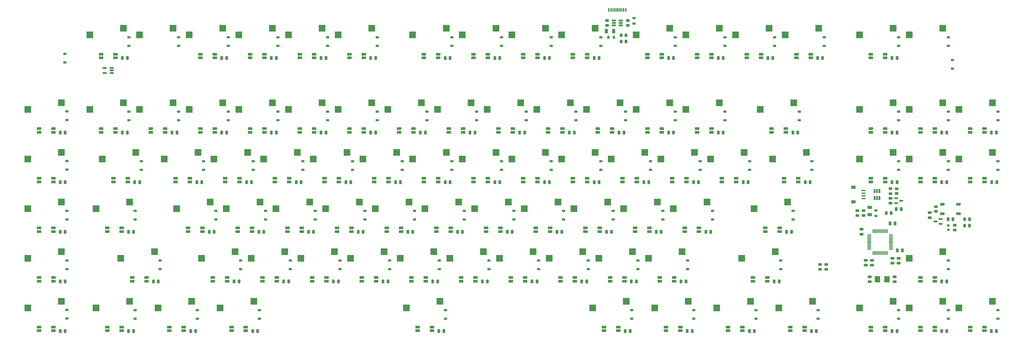
<source format=gbp>
%TF.GenerationSoftware,KiCad,Pcbnew,(6.0.0)*%
%TF.CreationDate,2022-02-20T21:11:03-05:00*%
%TF.ProjectId,keyboard0,6b657962-6f61-4726-9430-2e6b69636164,rev?*%
%TF.SameCoordinates,Original*%
%TF.FileFunction,Paste,Bot*%
%TF.FilePolarity,Positive*%
%FSLAX46Y46*%
G04 Gerber Fmt 4.6, Leading zero omitted, Abs format (unit mm)*
G04 Created by KiCad (PCBNEW (6.0.0)) date 2022-02-20 21:11:03*
%MOMM*%
%LPD*%
G01*
G04 APERTURE LIST*
G04 Aperture macros list*
%AMRoundRect*
0 Rectangle with rounded corners*
0 $1 Rounding radius*
0 $2 $3 $4 $5 $6 $7 $8 $9 X,Y pos of 4 corners*
0 Add a 4 corners polygon primitive as box body*
4,1,4,$2,$3,$4,$5,$6,$7,$8,$9,$2,$3,0*
0 Add four circle primitives for the rounded corners*
1,1,$1+$1,$2,$3*
1,1,$1+$1,$4,$5*
1,1,$1+$1,$6,$7*
1,1,$1+$1,$8,$9*
0 Add four rect primitives between the rounded corners*
20,1,$1+$1,$2,$3,$4,$5,0*
20,1,$1+$1,$4,$5,$6,$7,0*
20,1,$1+$1,$6,$7,$8,$9,0*
20,1,$1+$1,$8,$9,$2,$3,0*%
G04 Aperture macros list end*
%ADD10R,2.550000X2.500000*%
%ADD11R,1.200000X0.900000*%
%ADD12RoundRect,0.250000X-0.262500X-0.450000X0.262500X-0.450000X0.262500X0.450000X-0.262500X0.450000X0*%
%ADD13RoundRect,0.218750X0.381250X-0.218750X0.381250X0.218750X-0.381250X0.218750X-0.381250X-0.218750X0*%
%ADD14RoundRect,0.250000X0.475000X-0.250000X0.475000X0.250000X-0.475000X0.250000X-0.475000X-0.250000X0*%
%ADD15RoundRect,0.250000X-0.475000X0.250000X-0.475000X-0.250000X0.475000X-0.250000X0.475000X0.250000X0*%
%ADD16RoundRect,0.250000X0.250000X0.475000X-0.250000X0.475000X-0.250000X-0.475000X0.250000X-0.475000X0*%
%ADD17RoundRect,0.243750X-0.456250X0.243750X-0.456250X-0.243750X0.456250X-0.243750X0.456250X0.243750X0*%
%ADD18RoundRect,0.250000X-0.625000X0.375000X-0.625000X-0.375000X0.625000X-0.375000X0.625000X0.375000X0*%
%ADD19RoundRect,0.250000X-0.450000X0.262500X-0.450000X-0.262500X0.450000X-0.262500X0.450000X0.262500X0*%
%ADD20RoundRect,0.250000X0.262500X0.450000X-0.262500X0.450000X-0.262500X-0.450000X0.262500X-0.450000X0*%
%ADD21RoundRect,0.250000X0.450000X-0.262500X0.450000X0.262500X-0.450000X0.262500X-0.450000X-0.262500X0*%
%ADD22RoundRect,0.150000X-0.587500X-0.150000X0.587500X-0.150000X0.587500X0.150000X-0.587500X0.150000X0*%
%ADD23RoundRect,0.075000X0.075000X-0.662500X0.075000X0.662500X-0.075000X0.662500X-0.075000X-0.662500X0*%
%ADD24RoundRect,0.075000X0.662500X-0.075000X0.662500X0.075000X-0.662500X0.075000X-0.662500X-0.075000X0*%
%ADD25R,2.000000X2.400000*%
%ADD26R,0.300000X1.450000*%
%ADD27R,0.600000X1.450000*%
%ADD28R,1.560000X0.650000*%
%ADD29RoundRect,0.243750X0.243750X0.456250X-0.243750X0.456250X-0.243750X-0.456250X0.243750X-0.456250X0*%
%ADD30RoundRect,0.250000X-0.250000X-0.475000X0.250000X-0.475000X0.250000X0.475000X-0.250000X0.475000X0*%
%ADD31RoundRect,0.150000X0.587500X0.150000X-0.587500X0.150000X-0.587500X-0.150000X0.587500X-0.150000X0*%
%ADD32RoundRect,0.200000X-0.275000X0.200000X-0.275000X-0.200000X0.275000X-0.200000X0.275000X0.200000X0*%
%ADD33R,1.800000X1.100000*%
%ADD34R,1.550000X0.600000*%
%ADD35R,1.800000X1.200000*%
%ADD36RoundRect,0.218750X0.218750X0.381250X-0.218750X0.381250X-0.218750X-0.381250X0.218750X-0.381250X0*%
%ADD37RoundRect,0.243750X0.456250X-0.243750X0.456250X0.243750X-0.456250X0.243750X-0.456250X-0.243750X0*%
%ADD38RoundRect,0.250000X-0.375000X-0.625000X0.375000X-0.625000X0.375000X0.625000X-0.375000X0.625000X0*%
%ADD39R,1.700000X1.000000*%
%ADD40R,0.650000X1.560000*%
G04 APERTURE END LIST*
D10*
%TO.C,MX83*%
X168322700Y-199853500D03*
X181222700Y-197313500D03*
%TD*%
%TO.C,MX64*%
X301664300Y-161755900D03*
X314564300Y-159215900D03*
%TD*%
%TO.C,MX14-1*%
X361191800Y-95085100D03*
X374091800Y-92545100D03*
%TD*%
%TO.C,MX1-1*%
X65935400Y-95085100D03*
X78835400Y-92545100D03*
%TD*%
D11*
%TO.C,KD14-1*%
X376213800Y-99275100D03*
X376213800Y-95975100D03*
%TD*%
%TO.C,KD1-1*%
X80957400Y-99275100D03*
X80957400Y-95975100D03*
%TD*%
D10*
%TO.C,MX84*%
X239755700Y-199853500D03*
X252655700Y-197313500D03*
%TD*%
%TO.C,MX85*%
X263566700Y-199853500D03*
X276466700Y-197313500D03*
%TD*%
%TO.C,MX52*%
X62167700Y-159215900D03*
X49267700Y-161755900D03*
%TD*%
%TO.C,MX2*%
X84984200Y-95085100D03*
X97884200Y-92545100D03*
%TD*%
%TO.C,MX15*%
X23075600Y-123658300D03*
X35975600Y-121118300D03*
%TD*%
%TO.C,MX33*%
X23075600Y-142707100D03*
X35975600Y-140167100D03*
%TD*%
%TO.C,MX51*%
X23075600Y-161755900D03*
X35975600Y-159215900D03*
%TD*%
%TO.C,MX65*%
X23075600Y-180804700D03*
X35975600Y-178264700D03*
%TD*%
%TO.C,MX1*%
X46886600Y-95085100D03*
X59786600Y-92545100D03*
%TD*%
%TO.C,MX16*%
X46886600Y-123658300D03*
X59786600Y-121118300D03*
%TD*%
%TO.C,MX34*%
X64548800Y-140167100D03*
X51648800Y-142707100D03*
%TD*%
%TO.C,MX79*%
X23075600Y-199853500D03*
X35975600Y-197313500D03*
%TD*%
%TO.C,MX18*%
X84984200Y-123658300D03*
X97884200Y-121118300D03*
%TD*%
%TO.C,MX36*%
X94508600Y-142707100D03*
X107408600Y-140167100D03*
%TD*%
%TO.C,MX54*%
X99270800Y-161755900D03*
X112170800Y-159215900D03*
%TD*%
%TO.C,MX67*%
X89746400Y-180804700D03*
X102646400Y-178264700D03*
%TD*%
%TO.C,MX82*%
X96889700Y-199853500D03*
X109789700Y-197313500D03*
%TD*%
%TO.C,MX17*%
X65935400Y-123658300D03*
X78835400Y-121118300D03*
%TD*%
%TO.C,MX35*%
X75459800Y-142707100D03*
X88359800Y-140167100D03*
%TD*%
%TO.C,MX53*%
X80163700Y-161755900D03*
X93063700Y-159215900D03*
%TD*%
%TO.C,MX66*%
X58792100Y-180804700D03*
X71692100Y-178264700D03*
%TD*%
%TO.C,MX81*%
X73078700Y-199853500D03*
X85978700Y-197313500D03*
%TD*%
%TO.C,MX3*%
X104033000Y-95085100D03*
X116933000Y-92545100D03*
%TD*%
%TO.C,MX37*%
X113557400Y-142707100D03*
X126457400Y-140167100D03*
%TD*%
%TO.C,MX55*%
X118319600Y-161755900D03*
X131219600Y-159215900D03*
%TD*%
%TO.C,MX68*%
X108795200Y-180804700D03*
X121695200Y-178264700D03*
%TD*%
%TO.C,MX70*%
X146892800Y-180804700D03*
X159792800Y-178264700D03*
%TD*%
%TO.C,MX4*%
X123081800Y-95085100D03*
X135981800Y-92545100D03*
%TD*%
%TO.C,MX20*%
X123081800Y-123658300D03*
X135981800Y-121118300D03*
%TD*%
%TO.C,MX38*%
X132606200Y-142707100D03*
X145506200Y-140167100D03*
%TD*%
%TO.C,MX56*%
X137368400Y-161755900D03*
X150268400Y-159215900D03*
%TD*%
%TO.C,MX69*%
X127844000Y-180804700D03*
X140744000Y-178264700D03*
%TD*%
%TO.C,MX5*%
X142130600Y-95085100D03*
X155030600Y-92545100D03*
%TD*%
%TO.C,MX39*%
X151655000Y-142707100D03*
X164555000Y-140167100D03*
%TD*%
%TO.C,MX57*%
X156417200Y-161755900D03*
X169317200Y-159215900D03*
%TD*%
%TO.C,MX71*%
X165941600Y-180804700D03*
X178841600Y-178264700D03*
%TD*%
%TO.C,MX22*%
X161179400Y-123658300D03*
X174079400Y-121118300D03*
%TD*%
%TO.C,MX40*%
X170703800Y-142707100D03*
X183603800Y-140167100D03*
%TD*%
%TO.C,MX58*%
X175466000Y-161755900D03*
X188366000Y-159215900D03*
%TD*%
%TO.C,MX72*%
X184990400Y-180804700D03*
X197890400Y-178264700D03*
%TD*%
%TO.C,MX7*%
X189752600Y-95085100D03*
X202652600Y-92545100D03*
%TD*%
%TO.C,MX23*%
X180228200Y-123658300D03*
X193128200Y-121118300D03*
%TD*%
%TO.C,MX41*%
X189752600Y-142707100D03*
X202652600Y-140167100D03*
%TD*%
%TO.C,MX59*%
X194514800Y-161755900D03*
X207414800Y-159215900D03*
%TD*%
%TO.C,MX73*%
X204039200Y-180804700D03*
X216939200Y-178264700D03*
%TD*%
%TO.C,MX8*%
X208801400Y-95085100D03*
X221701400Y-92545100D03*
%TD*%
%TO.C,MX24*%
X199277000Y-123658300D03*
X212177000Y-121118300D03*
%TD*%
%TO.C,MX42*%
X208801400Y-142707100D03*
X221701400Y-140167100D03*
%TD*%
%TO.C,MX60*%
X213563600Y-161755900D03*
X226463600Y-159215900D03*
%TD*%
%TO.C,MX74*%
X223088000Y-180804700D03*
X235988000Y-178264700D03*
%TD*%
%TO.C,MX9*%
X227850200Y-95085100D03*
X240750200Y-92545100D03*
%TD*%
%TO.C,MX25*%
X218325800Y-123658300D03*
X231225800Y-121118300D03*
%TD*%
%TO.C,MX43*%
X227850200Y-142707100D03*
X240750200Y-140167100D03*
%TD*%
%TO.C,MX61*%
X232612400Y-161755900D03*
X245512400Y-159215900D03*
%TD*%
%TO.C,MX10*%
X256423400Y-95085100D03*
X269323400Y-92545100D03*
%TD*%
%TO.C,MX26*%
X237374600Y-123658300D03*
X250274600Y-121118300D03*
%TD*%
%TO.C,MX44*%
X246899000Y-142707100D03*
X259799000Y-140167100D03*
%TD*%
%TO.C,MX62*%
X251661200Y-161755900D03*
X264561200Y-159215900D03*
%TD*%
%TO.C,MX76*%
X261185600Y-180804700D03*
X274085600Y-178264700D03*
%TD*%
%TO.C,MX11*%
X275472200Y-95085100D03*
X288372200Y-92545100D03*
%TD*%
%TO.C,MX27*%
X256423400Y-123658300D03*
X269323400Y-121118300D03*
%TD*%
%TO.C,MX45*%
X265947800Y-142707100D03*
X278847800Y-140167100D03*
%TD*%
%TO.C,MX63*%
X270710000Y-161755900D03*
X283610000Y-159215900D03*
%TD*%
%TO.C,MX86*%
X287377700Y-199853500D03*
X300277700Y-197313500D03*
%TD*%
%TO.C,MX12*%
X294521000Y-95085100D03*
X307421000Y-92545100D03*
%TD*%
%TO.C,MX28*%
X275472200Y-123658300D03*
X288372200Y-121118300D03*
%TD*%
%TO.C,MX46*%
X284996600Y-142707100D03*
X297896600Y-140167100D03*
%TD*%
%TO.C,MX87*%
X311188700Y-199853500D03*
X324088700Y-197313500D03*
%TD*%
%TO.C,MX13*%
X313569800Y-95085100D03*
X326469800Y-92545100D03*
%TD*%
%TO.C,MX29*%
X304045400Y-123658300D03*
X316945400Y-121118300D03*
%TD*%
%TO.C,MX47*%
X321707600Y-140167100D03*
X308807600Y-142707100D03*
%TD*%
%TO.C,MX77*%
X296892562Y-180803844D03*
X309792562Y-178263844D03*
%TD*%
%TO.C,MX88*%
X342143000Y-199853500D03*
X355043000Y-197313500D03*
%TD*%
%TO.C,MX30*%
X342143000Y-123658300D03*
X355043000Y-121118300D03*
%TD*%
%TO.C,MX48*%
X342143000Y-142707100D03*
X355043000Y-140167100D03*
%TD*%
%TO.C,MX31*%
X361191800Y-123658300D03*
X374091800Y-121118300D03*
%TD*%
%TO.C,MX49*%
X361191800Y-142707100D03*
X374091800Y-140167100D03*
%TD*%
%TO.C,MX78*%
X361191800Y-180804700D03*
X374091800Y-178264700D03*
%TD*%
%TO.C,MX89*%
X361191800Y-199853500D03*
X374091800Y-197313500D03*
%TD*%
%TO.C,MX50*%
X380240600Y-142707100D03*
X393140600Y-140167100D03*
%TD*%
%TO.C,MX90*%
X380240600Y-199853500D03*
X393140600Y-197313500D03*
%TD*%
%TO.C,MX6*%
X170703800Y-95085100D03*
X183603800Y-92545100D03*
%TD*%
%TO.C,MX21*%
X142130600Y-123658300D03*
X155030600Y-121118300D03*
%TD*%
%TO.C,MX32*%
X380240600Y-123658300D03*
X393140600Y-121118300D03*
%TD*%
%TO.C,MX19*%
X104033000Y-123658300D03*
X116933000Y-121118300D03*
%TD*%
%TO.C,MX14*%
X342143000Y-95085100D03*
X355043000Y-92545100D03*
%TD*%
%TO.C,MX80*%
X49267700Y-199853500D03*
X62167700Y-197313500D03*
%TD*%
%TO.C,MX75*%
X242136800Y-180804700D03*
X255036800Y-178264700D03*
%TD*%
D11*
%TO.C,KD15*%
X38097600Y-127785700D03*
X38097600Y-124485700D03*
%TD*%
%TO.C,KD33*%
X38097600Y-146834500D03*
X38097600Y-143534500D03*
%TD*%
%TO.C,KD51*%
X38097600Y-165945900D03*
X38097600Y-162645900D03*
%TD*%
%TO.C,KD65*%
X38097600Y-184994700D03*
X38097600Y-181694700D03*
%TD*%
%TO.C,KD80*%
X64289700Y-204043500D03*
X64289700Y-200743500D03*
%TD*%
%TO.C,KD1*%
X61908600Y-99275100D03*
X61908600Y-95975100D03*
%TD*%
%TO.C,KD16*%
X61908600Y-127848300D03*
X61908600Y-124548300D03*
%TD*%
%TO.C,KD34*%
X66670800Y-146897100D03*
X66670800Y-143597100D03*
%TD*%
%TO.C,KD52*%
X64289700Y-165945900D03*
X64289700Y-162645900D03*
%TD*%
%TO.C,KD79*%
X38097600Y-203980900D03*
X38097600Y-200680900D03*
%TD*%
%TO.C,KD2*%
X100006200Y-99275100D03*
X100006200Y-95975100D03*
%TD*%
%TO.C,KD18*%
X100006200Y-127848300D03*
X100006200Y-124548300D03*
%TD*%
%TO.C,KD36*%
X109530600Y-146897100D03*
X109530600Y-143597100D03*
%TD*%
%TO.C,KD54*%
X114292800Y-165945900D03*
X114292800Y-162645900D03*
%TD*%
%TO.C,KD67*%
X104768400Y-184994700D03*
X104768400Y-181694700D03*
%TD*%
%TO.C,KD82*%
X111911700Y-204043500D03*
X111911700Y-200743500D03*
%TD*%
%TO.C,KD17*%
X80957400Y-127848300D03*
X80957400Y-124548300D03*
%TD*%
%TO.C,KD35*%
X90481800Y-146897100D03*
X90481800Y-143597100D03*
%TD*%
%TO.C,KD53*%
X95244000Y-165945900D03*
X95244000Y-162645900D03*
%TD*%
%TO.C,KD66*%
X73814100Y-184994700D03*
X73814100Y-181694700D03*
%TD*%
%TO.C,KD81*%
X88100700Y-204043500D03*
X88100700Y-200743500D03*
%TD*%
%TO.C,KD3*%
X119055000Y-99275100D03*
X119055000Y-95975100D03*
%TD*%
%TO.C,KD19*%
X119055000Y-127848300D03*
X119055000Y-124548300D03*
%TD*%
%TO.C,KD37*%
X128579400Y-146897100D03*
X128579400Y-143597100D03*
%TD*%
%TO.C,KD55*%
X133341600Y-165945900D03*
X133341600Y-162645900D03*
%TD*%
%TO.C,KD68*%
X123817200Y-184994700D03*
X123817200Y-181694700D03*
%TD*%
%TO.C,KD70*%
X161914800Y-184994700D03*
X161914800Y-181694700D03*
%TD*%
%TO.C,KD4*%
X138103800Y-99275100D03*
X138103800Y-95975100D03*
%TD*%
%TO.C,KD20*%
X138103800Y-127848300D03*
X138103800Y-124548300D03*
%TD*%
%TO.C,KD38*%
X147628200Y-146897100D03*
X147628200Y-143597100D03*
%TD*%
%TO.C,KD56*%
X152390400Y-165945900D03*
X152390400Y-162645900D03*
%TD*%
%TO.C,KD69*%
X142866000Y-184994700D03*
X142866000Y-181694700D03*
%TD*%
%TO.C,KD5*%
X157152600Y-99275100D03*
X157152600Y-95975100D03*
%TD*%
%TO.C,KD21*%
X157152600Y-127848300D03*
X157152600Y-124548300D03*
%TD*%
%TO.C,KD39*%
X166677000Y-146897100D03*
X166677000Y-143597100D03*
%TD*%
%TO.C,KD57*%
X171439200Y-165945900D03*
X171439200Y-162645900D03*
%TD*%
%TO.C,KD71*%
X180963600Y-184994700D03*
X180963600Y-181694700D03*
%TD*%
%TO.C,KD83*%
X183344700Y-204043500D03*
X183344700Y-200743500D03*
%TD*%
%TO.C,KD6*%
X185725800Y-99275100D03*
X185725800Y-95975100D03*
%TD*%
%TO.C,KD22*%
X176201400Y-127848300D03*
X176201400Y-124548300D03*
%TD*%
%TO.C,KD40*%
X185725800Y-146897100D03*
X185725800Y-143597100D03*
%TD*%
%TO.C,KD58*%
X190488000Y-165945900D03*
X190488000Y-162645900D03*
%TD*%
%TO.C,KD72*%
X200012400Y-184994700D03*
X200012400Y-181694700D03*
%TD*%
%TO.C,KD7*%
X204774600Y-99275100D03*
X204774600Y-95975100D03*
%TD*%
%TO.C,KD23*%
X195250200Y-127848300D03*
X195250200Y-124548300D03*
%TD*%
%TO.C,KD41*%
X204774600Y-146897100D03*
X204774600Y-143597100D03*
%TD*%
%TO.C,KD59*%
X209536800Y-165945900D03*
X209536800Y-162645900D03*
%TD*%
%TO.C,KD73*%
X219061200Y-184994700D03*
X219061200Y-181694700D03*
%TD*%
%TO.C,KD8*%
X223823400Y-99275100D03*
X223823400Y-95975100D03*
%TD*%
%TO.C,KD24*%
X214299000Y-127848300D03*
X214299000Y-124548300D03*
%TD*%
%TO.C,KD42*%
X223823400Y-146897100D03*
X223823400Y-143597100D03*
%TD*%
%TO.C,KD60*%
X228585600Y-165945900D03*
X228585600Y-162645900D03*
%TD*%
%TO.C,KD74*%
X238110000Y-184994700D03*
X238110000Y-181694700D03*
%TD*%
%TO.C,KD25*%
X233347800Y-127848300D03*
X233347800Y-124548300D03*
%TD*%
%TO.C,KD43*%
X242872200Y-146897100D03*
X242872200Y-143597100D03*
%TD*%
%TO.C,KD61*%
X247634400Y-165945900D03*
X247634400Y-162645900D03*
%TD*%
%TO.C,KD75*%
X257158800Y-184994700D03*
X257158800Y-181694700D03*
%TD*%
%TO.C,KD84*%
X254777700Y-204043500D03*
X254777700Y-200743500D03*
%TD*%
%TO.C,KD10*%
X271445400Y-99275100D03*
X271445400Y-95975100D03*
%TD*%
%TO.C,KD26*%
X252396600Y-127848300D03*
X252396600Y-124548300D03*
%TD*%
%TO.C,KD44*%
X261921000Y-146897100D03*
X261921000Y-143597100D03*
%TD*%
%TO.C,KD62*%
X266683200Y-165945900D03*
X266683200Y-162645900D03*
%TD*%
%TO.C,KD11*%
X290494200Y-99275100D03*
X290494200Y-95975100D03*
%TD*%
%TO.C,KD27*%
X271445400Y-127848300D03*
X271445400Y-124548300D03*
%TD*%
%TO.C,KD45*%
X280969800Y-146897100D03*
X280969800Y-143597100D03*
%TD*%
%TO.C,KD63*%
X285732000Y-165945900D03*
X285732000Y-162645900D03*
%TD*%
%TO.C,KD85*%
X278588700Y-204043500D03*
X278588700Y-200743500D03*
%TD*%
%TO.C,KD86*%
X302399700Y-204043500D03*
X302399700Y-200743500D03*
%TD*%
%TO.C,KD12*%
X309543000Y-99275100D03*
X309543000Y-95975100D03*
%TD*%
%TO.C,KD28*%
X290494200Y-127848300D03*
X290494200Y-124548300D03*
%TD*%
%TO.C,KD46*%
X300018600Y-146897100D03*
X300018600Y-143597100D03*
%TD*%
%TO.C,KD87*%
X326210700Y-204043500D03*
X326210700Y-200743500D03*
%TD*%
%TO.C,KD13*%
X328591800Y-99275100D03*
X328591800Y-95975100D03*
%TD*%
%TO.C,KD29*%
X319067400Y-127848300D03*
X319067400Y-124548300D03*
%TD*%
%TO.C,KD47*%
X323829600Y-146897100D03*
X323829600Y-143597100D03*
%TD*%
%TO.C,KD64*%
X316686300Y-165945900D03*
X316686300Y-162645900D03*
%TD*%
%TO.C,KD77*%
X311924100Y-184994700D03*
X311924100Y-181694700D03*
%TD*%
%TO.C,KD88*%
X357165000Y-204043500D03*
X357165000Y-200743500D03*
%TD*%
%TO.C,KD14*%
X357165000Y-99275100D03*
X357165000Y-95975100D03*
%TD*%
%TO.C,KD30*%
X357165000Y-127848300D03*
X357165000Y-124548300D03*
%TD*%
%TO.C,KD48*%
X357165000Y-146897100D03*
X357165000Y-143597100D03*
%TD*%
%TO.C,KD31*%
X376213800Y-127848300D03*
X376213800Y-124548300D03*
%TD*%
%TO.C,KD49*%
X376213800Y-146897100D03*
X376213800Y-143597100D03*
%TD*%
%TO.C,KD78*%
X376213800Y-184994700D03*
X376213800Y-181694700D03*
%TD*%
%TO.C,KD89*%
X376213800Y-204043500D03*
X376213800Y-200743500D03*
%TD*%
%TO.C,KD32*%
X395262600Y-127848300D03*
X395262600Y-124548300D03*
%TD*%
%TO.C,KD50*%
X395262600Y-146897100D03*
X395262600Y-143597100D03*
%TD*%
%TO.C,KD90*%
X395262600Y-204043500D03*
X395262600Y-200743500D03*
%TD*%
%TO.C,D4*%
X377801200Y-108005800D03*
X377801200Y-104705800D03*
%TD*%
%TO.C,D3*%
X37303900Y-105624700D03*
X37303900Y-102324700D03*
%TD*%
D12*
%TO.C,R38*%
X382444600Y-168264400D03*
X384269600Y-168264400D03*
%TD*%
%TO.C,R39*%
X382444600Y-165883300D03*
X384269600Y-165883300D03*
%TD*%
D13*
%TO.C,FB5*%
X255586250Y-90750750D03*
X255586250Y-88625750D03*
%TD*%
D14*
%TO.C,C3*%
X355577600Y-189850600D03*
X355577600Y-187950600D03*
%TD*%
D15*
%TO.C,C7*%
X346053200Y-187950600D03*
X346053200Y-189850600D03*
%TD*%
D14*
%TO.C,C18*%
X354783900Y-182707300D03*
X354783900Y-180807300D03*
%TD*%
D15*
%TO.C,C19*%
X342878400Y-169695500D03*
X342878400Y-171595500D03*
%TD*%
D16*
%TO.C,C20*%
X355733900Y-167470700D03*
X353833900Y-167470700D03*
%TD*%
D14*
%TO.C,C23*%
X346846900Y-183501000D03*
X346846900Y-181601000D03*
%TD*%
D15*
%TO.C,C24*%
X344544600Y-181601000D03*
X344544600Y-183501000D03*
%TD*%
%TO.C,C44*%
X353990200Y-157790000D03*
X353990200Y-159690000D03*
%TD*%
D17*
%TO.C,D11*%
X353990200Y-154112050D03*
X353990200Y-155987050D03*
%TD*%
D18*
%TO.C,F8*%
X346053200Y-161308500D03*
X346053200Y-164108500D03*
%TD*%
D13*
%TO.C,FB15*%
X348434300Y-164564700D03*
X348434300Y-162439700D03*
%TD*%
D19*
%TO.C,R12*%
X253205000Y-89569500D03*
X253205000Y-91394500D03*
%TD*%
D20*
%TO.C,R58*%
X354227800Y-163502200D03*
X352402800Y-163502200D03*
%TD*%
D21*
%TO.C,R64*%
X356371300Y-155962050D03*
X356371300Y-154137050D03*
%TD*%
D22*
%TO.C,U12*%
X356227500Y-159690000D03*
X356227500Y-157790000D03*
X358102500Y-158740000D03*
%TD*%
D23*
%TO.C,U14*%
X352771700Y-178776500D03*
X352271700Y-178776500D03*
X351771700Y-178776500D03*
X351271700Y-178776500D03*
X350771700Y-178776500D03*
X350271700Y-178776500D03*
X349771700Y-178776500D03*
X349271700Y-178776500D03*
X348771700Y-178776500D03*
X348271700Y-178776500D03*
X347771700Y-178776500D03*
X347271700Y-178776500D03*
D24*
X345859200Y-177364000D03*
X345859200Y-176864000D03*
X345859200Y-176364000D03*
X345859200Y-175864000D03*
X345859200Y-175364000D03*
X345859200Y-174864000D03*
X345859200Y-174364000D03*
X345859200Y-173864000D03*
X345859200Y-173364000D03*
X345859200Y-172864000D03*
X345859200Y-172364000D03*
X345859200Y-171864000D03*
D23*
X347271700Y-170451500D03*
X347771700Y-170451500D03*
X348271700Y-170451500D03*
X348771700Y-170451500D03*
X349271700Y-170451500D03*
X349771700Y-170451500D03*
X350271700Y-170451500D03*
X350771700Y-170451500D03*
X351271700Y-170451500D03*
X351771700Y-170451500D03*
X352271700Y-170451500D03*
X352771700Y-170451500D03*
D24*
X354184200Y-171864000D03*
X354184200Y-172364000D03*
X354184200Y-172864000D03*
X354184200Y-173364000D03*
X354184200Y-173864000D03*
X354184200Y-174364000D03*
X354184200Y-174864000D03*
X354184200Y-175364000D03*
X354184200Y-175864000D03*
X354184200Y-176364000D03*
X354184200Y-176864000D03*
X354184200Y-177364000D03*
%TD*%
D25*
%TO.C,Y2*%
X352665400Y-188900600D03*
X348965400Y-188900600D03*
%TD*%
D26*
%TO.C,USB1*%
X248971800Y-85477600D03*
X249471800Y-85477600D03*
X249971800Y-85477600D03*
X248471800Y-85477600D03*
X250471800Y-85477600D03*
X247971800Y-85477600D03*
X250971800Y-85477600D03*
X247471800Y-85477600D03*
D27*
X246771800Y-85477600D03*
X251671800Y-85477600D03*
X245996800Y-85477600D03*
X252446800Y-85477600D03*
%TD*%
D28*
%TO.C,U1*%
X250571800Y-89531800D03*
X250571800Y-90481800D03*
X250571800Y-91431800D03*
X247871800Y-91431800D03*
X247871800Y-89531800D03*
X247871800Y-90481800D03*
%TD*%
D16*
%TO.C,C43*%
X358115000Y-161914800D03*
X356215000Y-161914800D03*
%TD*%
D29*
%TO.C,D2*%
X252555000Y-95244500D03*
X250680000Y-95244500D03*
%TD*%
D19*
%TO.C,R13*%
X245267500Y-89569500D03*
X245267500Y-91394500D03*
%TD*%
D30*
%TO.C,C2*%
X376057500Y-165883300D03*
X377957500Y-165883300D03*
%TD*%
D15*
%TO.C,C4*%
X369070500Y-163345900D03*
X369070500Y-165245900D03*
%TD*%
D31*
%TO.C,Q1*%
X373182800Y-165727000D03*
X373182800Y-167627000D03*
X371307800Y-166677000D03*
%TD*%
D19*
%TO.C,R5*%
X371451600Y-161002300D03*
X371451600Y-162827300D03*
%TD*%
%TO.C,R6*%
X378594900Y-168145600D03*
X378594900Y-169970600D03*
%TD*%
D32*
%TO.C,R7*%
X376213800Y-168233100D03*
X376213800Y-169883100D03*
%TD*%
D33*
%TO.C,SW1*%
X373907500Y-163764800D03*
X380107500Y-160064800D03*
X373907500Y-160064800D03*
X380107500Y-163764800D03*
%TD*%
D34*
%TO.C,J2*%
X343684900Y-155858900D03*
X343684900Y-154858900D03*
X343684900Y-156858900D03*
X343684900Y-157858900D03*
D35*
X339809900Y-159158900D03*
X339809900Y-153558900D03*
%TD*%
D11*
%TO.C,KD76*%
X276207600Y-184994700D03*
X276207600Y-181694700D03*
%TD*%
%TO.C,KD9*%
X242872200Y-99275100D03*
X242872200Y-95975100D03*
%TD*%
D30*
%TO.C,C22*%
X356633125Y-177794488D03*
X358533125Y-177794488D03*
%TD*%
D36*
%TO.C,FB1*%
X247903200Y-96037700D03*
X245778200Y-96037700D03*
%TD*%
D19*
%TO.C,R2*%
X329385500Y-183225900D03*
X329385500Y-185050900D03*
%TD*%
D37*
%TO.C,D1*%
X327004400Y-185075900D03*
X327004400Y-183200900D03*
%TD*%
D38*
%TO.C,F1*%
X245043850Y-93656600D03*
X247843850Y-93656600D03*
%TD*%
D14*
%TO.C,C21*%
X357165000Y-182707300D03*
X357165000Y-180807300D03*
%TD*%
D12*
%TO.C,R1*%
X250705000Y-97625750D03*
X252530000Y-97625750D03*
%TD*%
D37*
%TO.C,D5*%
X343672100Y-164439700D03*
X343672100Y-162564700D03*
%TD*%
D19*
%TO.C,R8*%
X341291000Y-162589700D03*
X341291000Y-164414700D03*
%TD*%
D16*
%TO.C,LC78*%
X375576400Y-189694300D03*
X373676400Y-189694300D03*
%TD*%
D39*
%TO.C,LED16*%
X56721600Y-131054200D03*
X51221600Y-131054200D03*
X51221600Y-132454200D03*
X56721600Y-132454200D03*
%TD*%
%TO.C,LED48*%
X351978000Y-150103000D03*
X346478000Y-150103000D03*
X346478000Y-151503000D03*
X351978000Y-151503000D03*
%TD*%
%TO.C,LED46*%
X294831600Y-150103000D03*
X289331600Y-150103000D03*
X289331600Y-151503000D03*
X294831600Y-151503000D03*
%TD*%
%TO.C,LED81*%
X82913700Y-207249400D03*
X77413700Y-207249400D03*
X77413700Y-208649400D03*
X82913700Y-208649400D03*
%TD*%
D16*
%TO.C,LC26*%
X251759200Y-132547900D03*
X249859200Y-132547900D03*
%TD*%
%TO.C,LC90*%
X394625200Y-208743100D03*
X392725200Y-208743100D03*
%TD*%
%TO.C,LC4*%
X137466400Y-103974700D03*
X135566400Y-103974700D03*
%TD*%
%TO.C,LC58*%
X189850600Y-170645500D03*
X187950600Y-170645500D03*
%TD*%
D39*
%TO.C,LED32*%
X390075600Y-131054200D03*
X384575600Y-131054200D03*
X384575600Y-132454200D03*
X390075600Y-132454200D03*
%TD*%
D16*
%TO.C,LC34*%
X66033400Y-151596700D03*
X64133400Y-151596700D03*
%TD*%
D39*
%TO.C,LED29*%
X313880400Y-131054200D03*
X308380400Y-131054200D03*
X308380400Y-132454200D03*
X313880400Y-132454200D03*
%TD*%
D16*
%TO.C,LC86*%
X301762300Y-208743100D03*
X299862300Y-208743100D03*
%TD*%
D39*
%TO.C,LED52*%
X59102700Y-169151800D03*
X53602700Y-169151800D03*
X53602700Y-170551800D03*
X59102700Y-170551800D03*
%TD*%
%TO.C,LED25*%
X228160800Y-131054200D03*
X222660800Y-131054200D03*
X222660800Y-132454200D03*
X228160800Y-132454200D03*
%TD*%
D16*
%TO.C,LC11*%
X289856800Y-103974700D03*
X287956800Y-103974700D03*
%TD*%
%TO.C,LC69*%
X142228600Y-189694300D03*
X140328600Y-189694300D03*
%TD*%
D39*
%TO.C,LED60*%
X223398600Y-169151800D03*
X217898600Y-169151800D03*
X217898600Y-170551800D03*
X223398600Y-170551800D03*
%TD*%
D16*
%TO.C,LC35*%
X89844400Y-151596700D03*
X87944400Y-151596700D03*
%TD*%
D39*
%TO.C,LED90*%
X390075600Y-207249400D03*
X384575600Y-207249400D03*
X384575600Y-208649400D03*
X390075600Y-208649400D03*
%TD*%
D16*
%TO.C,LC17*%
X80320000Y-132547900D03*
X78420000Y-132547900D03*
%TD*%
%TO.C,LC59*%
X208899400Y-170645500D03*
X206999400Y-170645500D03*
%TD*%
D39*
%TO.C,LED22*%
X171014400Y-131054200D03*
X165514400Y-131054200D03*
X165514400Y-132454200D03*
X171014400Y-132454200D03*
%TD*%
D16*
%TO.C,LC77*%
X311286700Y-189694300D03*
X309386700Y-189694300D03*
%TD*%
%TO.C,LC48*%
X356527600Y-151596700D03*
X354627600Y-151596700D03*
%TD*%
%TO.C,LC31*%
X375576400Y-132547900D03*
X373676400Y-132547900D03*
%TD*%
D39*
%TO.C,LED1*%
X56721600Y-102481000D03*
X51221600Y-102481000D03*
X51221600Y-103881000D03*
X56721600Y-103881000D03*
%TD*%
D16*
%TO.C,LC61*%
X246997000Y-170645500D03*
X245097000Y-170645500D03*
%TD*%
%TO.C,LC66*%
X73176700Y-189694300D03*
X71276700Y-189694300D03*
%TD*%
D39*
%TO.C,LED59*%
X204349800Y-169151800D03*
X198849800Y-169151800D03*
X198849800Y-170551800D03*
X204349800Y-170551800D03*
%TD*%
%TO.C,LED30*%
X351978000Y-131054200D03*
X346478000Y-131054200D03*
X346478000Y-132454200D03*
X351978000Y-132454200D03*
%TD*%
%TO.C,LED45*%
X275782800Y-150103000D03*
X270282800Y-150103000D03*
X270282800Y-151503000D03*
X275782800Y-151503000D03*
%TD*%
%TO.C,LED4*%
X132916800Y-102481000D03*
X127416800Y-102481000D03*
X127416800Y-103881000D03*
X132916800Y-103881000D03*
%TD*%
D16*
%TO.C,LC68*%
X123179800Y-189694300D03*
X121279800Y-189694300D03*
%TD*%
%TO.C,LC60*%
X227948200Y-170645500D03*
X226048200Y-170645500D03*
%TD*%
%TO.C,LC67*%
X104131000Y-189694300D03*
X102231000Y-189694300D03*
%TD*%
%TO.C,LC75*%
X256521400Y-189694300D03*
X254621400Y-189694300D03*
%TD*%
D39*
%TO.C,LED82*%
X106724700Y-207249400D03*
X101224700Y-207249400D03*
X101224700Y-208649400D03*
X106724700Y-208649400D03*
%TD*%
%TO.C,LED33*%
X32910600Y-150103000D03*
X27410600Y-150103000D03*
X27410600Y-151503000D03*
X32910600Y-151503000D03*
%TD*%
D16*
%TO.C,LC7*%
X204137200Y-103974700D03*
X202237200Y-103974700D03*
%TD*%
D39*
%TO.C,LED36*%
X104343600Y-150103000D03*
X98843600Y-150103000D03*
X98843600Y-151503000D03*
X104343600Y-151503000D03*
%TD*%
%TO.C,LED23*%
X190063200Y-131054200D03*
X184563200Y-131054200D03*
X184563200Y-132454200D03*
X190063200Y-132454200D03*
%TD*%
D16*
%TO.C,LC1*%
X61271200Y-103974700D03*
X59371200Y-103974700D03*
%TD*%
%TO.C,LC81*%
X87463300Y-208743100D03*
X85563300Y-208743100D03*
%TD*%
%TO.C,LC70*%
X161277400Y-189694300D03*
X159377400Y-189694300D03*
%TD*%
D39*
%TO.C,LED2*%
X94819200Y-102481000D03*
X89319200Y-102481000D03*
X89319200Y-103881000D03*
X94819200Y-103881000D03*
%TD*%
%TO.C,LED5*%
X151965600Y-102481000D03*
X146465600Y-102481000D03*
X146465600Y-103881000D03*
X151965600Y-103881000D03*
%TD*%
%TO.C,LED55*%
X128154600Y-169151800D03*
X122654600Y-169151800D03*
X122654600Y-170551800D03*
X128154600Y-170551800D03*
%TD*%
%TO.C,LED41*%
X199587600Y-150103000D03*
X194087600Y-150103000D03*
X194087600Y-151503000D03*
X199587600Y-151503000D03*
%TD*%
%TO.C,LED88*%
X351978000Y-207249400D03*
X346478000Y-207249400D03*
X346478000Y-208649400D03*
X351978000Y-208649400D03*
%TD*%
%TO.C,LED80*%
X59102700Y-207249400D03*
X53602700Y-207249400D03*
X53602700Y-208649400D03*
X59102700Y-208649400D03*
%TD*%
%TO.C,LED39*%
X161490000Y-150103000D03*
X155990000Y-150103000D03*
X155990000Y-151503000D03*
X161490000Y-151503000D03*
%TD*%
D16*
%TO.C,LC83*%
X182707300Y-208743100D03*
X180807300Y-208743100D03*
%TD*%
%TO.C,LC12*%
X308905600Y-103974700D03*
X307005600Y-103974700D03*
%TD*%
%TO.C,LC49*%
X375576400Y-151596700D03*
X373676400Y-151596700D03*
%TD*%
%TO.C,LC53*%
X94606600Y-170645500D03*
X92706600Y-170645500D03*
%TD*%
%TO.C,LC62*%
X266045800Y-170645500D03*
X264145800Y-170645500D03*
%TD*%
D39*
%TO.C,LED71*%
X175776600Y-188200600D03*
X170276600Y-188200600D03*
X170276600Y-189600600D03*
X175776600Y-189600600D03*
%TD*%
%TO.C,LED51*%
X32910600Y-169151800D03*
X27410600Y-169151800D03*
X27410600Y-170551800D03*
X32910600Y-170551800D03*
%TD*%
%TO.C,LED62*%
X261496200Y-169151800D03*
X255996200Y-169151800D03*
X255996200Y-170551800D03*
X261496200Y-170551800D03*
%TD*%
D16*
%TO.C,LC56*%
X151753000Y-170645500D03*
X149853000Y-170645500D03*
%TD*%
%TO.C,LC23*%
X194612800Y-132547900D03*
X192712800Y-132547900D03*
%TD*%
%TO.C,LC39*%
X166039600Y-151596700D03*
X164139600Y-151596700D03*
%TD*%
%TO.C,LC85*%
X277951300Y-208743100D03*
X276051300Y-208743100D03*
%TD*%
D39*
%TO.C,LED15*%
X32910600Y-131054200D03*
X27410600Y-131054200D03*
X27410600Y-132454200D03*
X32910600Y-132454200D03*
%TD*%
%TO.C,LED58*%
X185301000Y-169151800D03*
X179801000Y-169151800D03*
X179801000Y-170551800D03*
X185301000Y-170551800D03*
%TD*%
%TO.C,LED31*%
X371026800Y-131054200D03*
X365526800Y-131054200D03*
X365526800Y-132454200D03*
X371026800Y-132454200D03*
%TD*%
D40*
%TO.C,U3*%
X347881150Y-155008900D03*
X348831150Y-155008900D03*
X349781150Y-155008900D03*
X349781150Y-157708900D03*
X347881150Y-157708900D03*
X348831150Y-157708900D03*
%TD*%
D16*
%TO.C,LC46*%
X299381200Y-151596700D03*
X297481200Y-151596700D03*
%TD*%
%TO.C,LC29*%
X318430000Y-132547900D03*
X316530000Y-132547900D03*
%TD*%
D39*
%TO.C,LED10*%
X266258400Y-102481000D03*
X260758400Y-102481000D03*
X260758400Y-103881000D03*
X266258400Y-103881000D03*
%TD*%
D16*
%TO.C,LC87*%
X325573300Y-208743100D03*
X323673300Y-208743100D03*
%TD*%
%TO.C,LC50*%
X394781500Y-151596700D03*
X392881500Y-151596700D03*
%TD*%
%TO.C,LC3*%
X118417600Y-103974700D03*
X116517600Y-103974700D03*
%TD*%
%TO.C,LC84*%
X254140300Y-208743100D03*
X252240300Y-208743100D03*
%TD*%
D39*
%TO.C,LED87*%
X321023700Y-207249400D03*
X315523700Y-207249400D03*
X315523700Y-208649400D03*
X321023700Y-208649400D03*
%TD*%
D16*
%TO.C,LC82*%
X111274300Y-208743100D03*
X109374300Y-208743100D03*
%TD*%
D39*
%TO.C,LED26*%
X247209600Y-131054200D03*
X241709600Y-131054200D03*
X241709600Y-132454200D03*
X247209600Y-132454200D03*
%TD*%
D16*
%TO.C,LC2*%
X99368800Y-103974700D03*
X97468800Y-103974700D03*
%TD*%
%TO.C,LC21*%
X156515200Y-132547900D03*
X154615200Y-132547900D03*
%TD*%
%TO.C,LC20*%
X137466400Y-132547900D03*
X135566400Y-132547900D03*
%TD*%
%TO.C,LC14*%
X356527600Y-103974700D03*
X354627600Y-103974700D03*
%TD*%
D39*
%TO.C,LED8*%
X218636400Y-102481000D03*
X213136400Y-102481000D03*
X213136400Y-103881000D03*
X218636400Y-103881000D03*
%TD*%
%TO.C,LED40*%
X180538800Y-150103000D03*
X175038800Y-150103000D03*
X175038800Y-151503000D03*
X180538800Y-151503000D03*
%TD*%
D16*
%TO.C,LC32*%
X394625200Y-132547900D03*
X392725200Y-132547900D03*
%TD*%
%TO.C,LC63*%
X285094600Y-170645488D03*
X283194600Y-170645488D03*
%TD*%
D39*
%TO.C,LED43*%
X237685200Y-150103000D03*
X232185200Y-150103000D03*
X232185200Y-151503000D03*
X237685200Y-151503000D03*
%TD*%
%TO.C,LED11*%
X285307200Y-102481000D03*
X279807200Y-102481000D03*
X279807200Y-103881000D03*
X285307200Y-103881000D03*
%TD*%
D16*
%TO.C,LC73*%
X218423800Y-189694300D03*
X216523800Y-189694300D03*
%TD*%
%TO.C,LC76*%
X275570200Y-189694300D03*
X273670200Y-189694300D03*
%TD*%
%TO.C,LC64*%
X316048900Y-170645500D03*
X314148900Y-170645500D03*
%TD*%
%TO.C,LC33*%
X37460200Y-151596700D03*
X35560200Y-151596700D03*
%TD*%
D39*
%TO.C,LED72*%
X194825400Y-188200600D03*
X189325400Y-188200600D03*
X189325400Y-189600600D03*
X194825400Y-189600600D03*
%TD*%
%TO.C,LED79*%
X32910600Y-207249400D03*
X27410600Y-207249400D03*
X27410600Y-208649400D03*
X32910600Y-208649400D03*
%TD*%
D16*
%TO.C,LC38*%
X146990800Y-151596700D03*
X145090800Y-151596700D03*
%TD*%
%TO.C,LC18*%
X99368800Y-132547900D03*
X97468800Y-132547900D03*
%TD*%
D39*
%TO.C,LED74*%
X232923000Y-188200600D03*
X227423000Y-188200600D03*
X227423000Y-189600600D03*
X232923000Y-189600600D03*
%TD*%
D16*
%TO.C,LC80*%
X63652300Y-208743100D03*
X61752300Y-208743100D03*
%TD*%
D39*
%TO.C,LED76*%
X271020600Y-188200600D03*
X265520600Y-188200600D03*
X265520600Y-189600600D03*
X271020600Y-189600600D03*
%TD*%
%TO.C,LED83*%
X178157700Y-207249400D03*
X172657700Y-207249400D03*
X172657700Y-208649400D03*
X178157700Y-208649400D03*
%TD*%
%TO.C,LED67*%
X99581400Y-188200600D03*
X94081400Y-188200600D03*
X94081400Y-189600600D03*
X99581400Y-189600600D03*
%TD*%
D28*
%TO.C,U2*%
X55321600Y-107786900D03*
X55321600Y-108736900D03*
X55321600Y-109686900D03*
X52621600Y-109686900D03*
X52621600Y-107786900D03*
%TD*%
D39*
%TO.C,LED73*%
X213874200Y-188200600D03*
X208374200Y-188200600D03*
X208374200Y-189600600D03*
X213874200Y-189600600D03*
%TD*%
%TO.C,LED54*%
X109105800Y-169151800D03*
X103605800Y-169151800D03*
X103605800Y-170551800D03*
X109105800Y-170551800D03*
%TD*%
D16*
%TO.C,LC74*%
X237472600Y-189694300D03*
X235572600Y-189694300D03*
%TD*%
D39*
%TO.C,LED38*%
X142441200Y-150103000D03*
X136941200Y-150103000D03*
X136941200Y-151503000D03*
X142441200Y-151503000D03*
%TD*%
%TO.C,LED78*%
X371026800Y-188200600D03*
X365526800Y-188200600D03*
X365526800Y-189600600D03*
X371026800Y-189600600D03*
%TD*%
D16*
%TO.C,LC13*%
X327954400Y-103974700D03*
X326054400Y-103974700D03*
%TD*%
%TO.C,LC52*%
X63652300Y-170645500D03*
X61752300Y-170645500D03*
%TD*%
D39*
%TO.C,LED6*%
X180538800Y-102481000D03*
X175038800Y-102481000D03*
X175038800Y-103881000D03*
X180538800Y-103881000D03*
%TD*%
D16*
%TO.C,LC36*%
X108893200Y-151596700D03*
X106993200Y-151596700D03*
%TD*%
%TO.C,LC44*%
X261283600Y-151596700D03*
X259383600Y-151596700D03*
%TD*%
D39*
%TO.C,LED66*%
X68627100Y-188200600D03*
X63127100Y-188200600D03*
X63127100Y-189600600D03*
X68627100Y-189600600D03*
%TD*%
%TO.C,LED89*%
X371026800Y-207249400D03*
X365526800Y-207249400D03*
X365526800Y-208649400D03*
X371026800Y-208649400D03*
%TD*%
D16*
%TO.C,LC88*%
X356527600Y-208743100D03*
X354627600Y-208743100D03*
%TD*%
%TO.C,LC79*%
X37460200Y-208743100D03*
X35560200Y-208743100D03*
%TD*%
D39*
%TO.C,LED44*%
X256734000Y-150103000D03*
X251234000Y-150103000D03*
X251234000Y-151503000D03*
X256734000Y-151503000D03*
%TD*%
%TO.C,LED35*%
X85294800Y-150103000D03*
X79794800Y-150103000D03*
X79794800Y-151503000D03*
X85294800Y-151503000D03*
%TD*%
%TO.C,LED14*%
X351978000Y-102482000D03*
X346478000Y-102482000D03*
X346478000Y-103882000D03*
X351978000Y-103882000D03*
%TD*%
%TO.C,LED69*%
X137679000Y-188200600D03*
X132179000Y-188200600D03*
X132179000Y-189600600D03*
X137679000Y-189600600D03*
%TD*%
%TO.C,LED9*%
X237685200Y-102481000D03*
X232185200Y-102481000D03*
X232185200Y-103881000D03*
X237685200Y-103881000D03*
%TD*%
D16*
%TO.C,LC45*%
X280332400Y-151596700D03*
X278432400Y-151596700D03*
%TD*%
D39*
%TO.C,LED42*%
X218636400Y-150103000D03*
X213136400Y-150103000D03*
X213136400Y-151503000D03*
X218636400Y-151503000D03*
%TD*%
%TO.C,LED24*%
X209112000Y-131054200D03*
X203612000Y-131054200D03*
X203612000Y-132454200D03*
X209112000Y-132454200D03*
%TD*%
%TO.C,LED70*%
X156727800Y-188200600D03*
X151227800Y-188200600D03*
X151227800Y-189600600D03*
X156727800Y-189600600D03*
%TD*%
D16*
%TO.C,LC55*%
X132704200Y-170645500D03*
X130804200Y-170645500D03*
%TD*%
D39*
%TO.C,LED27*%
X266258400Y-131054200D03*
X260758400Y-131054200D03*
X260758400Y-132454200D03*
X266258400Y-132454200D03*
%TD*%
D16*
%TO.C,LC15*%
X37460200Y-132547900D03*
X35560200Y-132547900D03*
%TD*%
%TO.C,LC16*%
X61271200Y-132547900D03*
X59371200Y-132547900D03*
%TD*%
D39*
%TO.C,LED7*%
X199587600Y-102481000D03*
X194087600Y-102481000D03*
X194087600Y-103881000D03*
X199587600Y-103881000D03*
%TD*%
%TO.C,LED17*%
X75770400Y-131054200D03*
X70270400Y-131054200D03*
X70270400Y-132454200D03*
X75770400Y-132454200D03*
%TD*%
D16*
%TO.C,LC28*%
X289856800Y-132547900D03*
X287956800Y-132547900D03*
%TD*%
D39*
%TO.C,LED63*%
X280545000Y-169151800D03*
X275045000Y-169151800D03*
X275045000Y-170551800D03*
X280545000Y-170551800D03*
%TD*%
D16*
%TO.C,LC43*%
X242234800Y-151596700D03*
X240334800Y-151596700D03*
%TD*%
D39*
%TO.C,LED85*%
X273401700Y-207249400D03*
X267901700Y-207249400D03*
X267901700Y-208649400D03*
X273401700Y-208649400D03*
%TD*%
%TO.C,LED68*%
X118630200Y-188200600D03*
X113130200Y-188200600D03*
X113130200Y-189600600D03*
X118630200Y-189600600D03*
%TD*%
D16*
%TO.C,LC54*%
X113655400Y-170645500D03*
X111755400Y-170645500D03*
%TD*%
D39*
%TO.C,LED21*%
X151965600Y-131054200D03*
X146465600Y-131054200D03*
X146465600Y-132454200D03*
X151965600Y-132454200D03*
%TD*%
D16*
%TO.C,LC65*%
X37460200Y-189694300D03*
X35560200Y-189694300D03*
%TD*%
D39*
%TO.C,LED50*%
X390075600Y-150103000D03*
X384575600Y-150103000D03*
X384575600Y-151503000D03*
X390075600Y-151503000D03*
%TD*%
%TO.C,LED12*%
X304356000Y-102481000D03*
X298856000Y-102481000D03*
X298856000Y-103881000D03*
X304356000Y-103881000D03*
%TD*%
%TO.C,LED3*%
X113868000Y-102481000D03*
X108368000Y-102481000D03*
X108368000Y-103881000D03*
X113868000Y-103881000D03*
%TD*%
D16*
%TO.C,LC89*%
X375576400Y-208743100D03*
X373676400Y-208743100D03*
%TD*%
%TO.C,LC30*%
X356527600Y-132547900D03*
X354627600Y-132547900D03*
%TD*%
D39*
%TO.C,LED77*%
X306737100Y-188200600D03*
X301237100Y-188200600D03*
X301237100Y-189600600D03*
X306737100Y-189600600D03*
%TD*%
D16*
%TO.C,LC9*%
X242234800Y-103974700D03*
X240334800Y-103974700D03*
%TD*%
D39*
%TO.C,LED53*%
X90057000Y-169151800D03*
X84557000Y-169151800D03*
X84557000Y-170551800D03*
X90057000Y-170551800D03*
%TD*%
%TO.C,LED34*%
X61483800Y-150103000D03*
X55983800Y-150103000D03*
X55983800Y-151503000D03*
X61483800Y-151503000D03*
%TD*%
%TO.C,LED13*%
X323404800Y-102481000D03*
X317904800Y-102481000D03*
X317904800Y-103881000D03*
X323404800Y-103881000D03*
%TD*%
%TO.C,LED28*%
X285307200Y-131054200D03*
X279807200Y-131054200D03*
X279807200Y-132454200D03*
X285307200Y-132454200D03*
%TD*%
%TO.C,LED19*%
X113868000Y-131054200D03*
X108368000Y-131054200D03*
X108368000Y-132454200D03*
X113868000Y-132454200D03*
%TD*%
D16*
%TO.C,LC6*%
X185088400Y-103974700D03*
X183188400Y-103974700D03*
%TD*%
D39*
%TO.C,LED75*%
X251971800Y-188200600D03*
X246471800Y-188200600D03*
X246471800Y-189600600D03*
X251971800Y-189600600D03*
%TD*%
%TO.C,LED47*%
X318642600Y-150103000D03*
X313142600Y-150103000D03*
X313142600Y-151503000D03*
X318642600Y-151503000D03*
%TD*%
D16*
%TO.C,LC47*%
X323192200Y-151596700D03*
X321292200Y-151596700D03*
%TD*%
%TO.C,LC72*%
X199375000Y-189694300D03*
X197475000Y-189694300D03*
%TD*%
%TO.C,LC37*%
X127942000Y-151596700D03*
X126042000Y-151596700D03*
%TD*%
D39*
%TO.C,LED84*%
X249590700Y-207249400D03*
X244090700Y-207249400D03*
X244090700Y-208649400D03*
X249590700Y-208649400D03*
%TD*%
D16*
%TO.C,LC19*%
X118417600Y-132547900D03*
X116517600Y-132547900D03*
%TD*%
D39*
%TO.C,LED86*%
X297212700Y-207249400D03*
X291712700Y-207249400D03*
X291712700Y-208649400D03*
X297212700Y-208649400D03*
%TD*%
D16*
%TO.C,LC71*%
X180326200Y-189694300D03*
X178426200Y-189694300D03*
%TD*%
D39*
%TO.C,LED57*%
X166252200Y-169151800D03*
X160752200Y-169151800D03*
X160752200Y-170551800D03*
X166252200Y-170551800D03*
%TD*%
D16*
%TO.C,LC22*%
X175564000Y-132547900D03*
X173664000Y-132547900D03*
%TD*%
%TO.C,LC42*%
X223186000Y-151596700D03*
X221286000Y-151596700D03*
%TD*%
D39*
%TO.C,LED49*%
X371026800Y-150103000D03*
X365526800Y-150103000D03*
X365526800Y-151503000D03*
X371026800Y-151503000D03*
%TD*%
%TO.C,LED64*%
X311499300Y-169151800D03*
X305999300Y-169151800D03*
X305999300Y-170551800D03*
X311499300Y-170551800D03*
%TD*%
D16*
%TO.C,LC41*%
X204137200Y-151596700D03*
X202237200Y-151596700D03*
%TD*%
D39*
%TO.C,LED18*%
X94819200Y-131054200D03*
X89319200Y-131054200D03*
X89319200Y-132454200D03*
X94819200Y-132454200D03*
%TD*%
%TO.C,LED65*%
X32910600Y-188200600D03*
X27410600Y-188200600D03*
X27410600Y-189600600D03*
X32910600Y-189600600D03*
%TD*%
%TO.C,LED56*%
X147203400Y-169151800D03*
X141703400Y-169151800D03*
X141703400Y-170551800D03*
X147203400Y-170551800D03*
%TD*%
D16*
%TO.C,LC24*%
X213661600Y-132547900D03*
X211761600Y-132547900D03*
%TD*%
D39*
%TO.C,LED61*%
X242447400Y-169151800D03*
X236947400Y-169151800D03*
X236947400Y-170551800D03*
X242447400Y-170551800D03*
%TD*%
%TO.C,LED20*%
X132916800Y-131054200D03*
X127416800Y-131054200D03*
X127416800Y-132454200D03*
X132916800Y-132454200D03*
%TD*%
D16*
%TO.C,LC40*%
X185088400Y-151596700D03*
X183188400Y-151596700D03*
%TD*%
%TO.C,LC51*%
X37460200Y-170645500D03*
X35560200Y-170645500D03*
%TD*%
%TO.C,LC57*%
X170801800Y-170645500D03*
X168901800Y-170645500D03*
%TD*%
D39*
%TO.C,LED37*%
X123392400Y-150103000D03*
X117892400Y-150103000D03*
X117892400Y-151503000D03*
X123392400Y-151503000D03*
%TD*%
D16*
%TO.C,LC8*%
X223186000Y-103974700D03*
X221286000Y-103974700D03*
%TD*%
%TO.C,LC10*%
X270808000Y-103974700D03*
X268908000Y-103974700D03*
%TD*%
%TO.C,LC25*%
X232710400Y-132547900D03*
X230810400Y-132547900D03*
%TD*%
%TO.C,LC5*%
X156515200Y-103974700D03*
X154615200Y-103974700D03*
%TD*%
%TO.C,LC27*%
X270808000Y-132547900D03*
X268908000Y-132547900D03*
%TD*%
M02*

</source>
